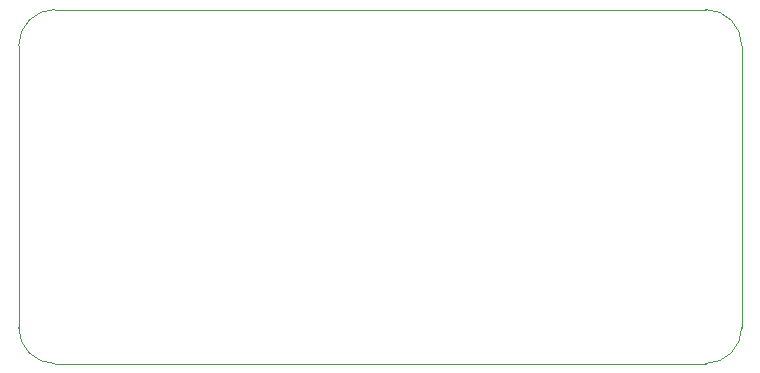
<source format=gbr>
%TF.GenerationSoftware,KiCad,Pcbnew,7.0.9*%
%TF.CreationDate,2023-12-10T23:23:11+01:00*%
%TF.ProjectId,LED Driver,4c454420-4472-4697-9665-722e6b696361,rev?*%
%TF.SameCoordinates,Original*%
%TF.FileFunction,Profile,NP*%
%FSLAX46Y46*%
G04 Gerber Fmt 4.6, Leading zero omitted, Abs format (unit mm)*
G04 Created by KiCad (PCBNEW 7.0.9) date 2023-12-10 23:23:11*
%MOMM*%
%LPD*%
G01*
G04 APERTURE LIST*
%TA.AperFunction,Profile*%
%ADD10C,0.100000*%
%TD*%
G04 APERTURE END LIST*
D10*
X132842000Y-38100000D02*
X132842000Y-61976000D01*
X129794000Y-65024000D02*
G75*
G03*
X132842000Y-61976000I0J3048000D01*
G01*
X71628000Y-61976000D02*
G75*
G03*
X74676000Y-65024000I3048000J0D01*
G01*
X74676000Y-35052000D02*
X129794000Y-35052000D01*
X132842000Y-38100000D02*
G75*
G03*
X129794000Y-35052000I-3048000J0D01*
G01*
X71628000Y-61976000D02*
X71628000Y-38100000D01*
X129794000Y-65024000D02*
X74676000Y-65024000D01*
X74676000Y-35052000D02*
G75*
G03*
X71628000Y-38100000I0J-3048000D01*
G01*
M02*

</source>
